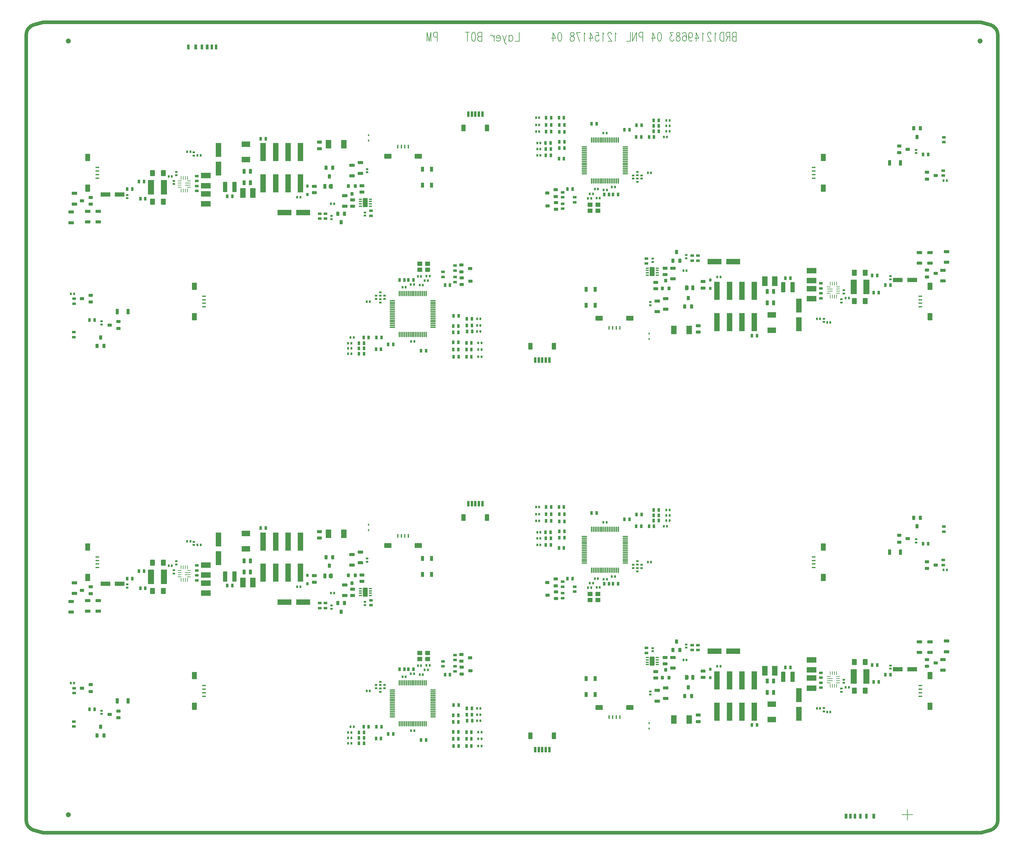
<source format=gbr>
*
G04 Job   : N:\Projects\COMUN\Opel\ICP_OV64-OV85\1-Main_PCB\12149683-12\Panel_12154178\12154178.pnl*
G04 User  : ESSECAE005:montel01*
G04 Layer : SolderPasteBot.gbr*
G04 Date  : Fri Nov 22 08:51:19 2024*
G04 Expedition Layer: Solder Paste - Bottom*
%ICAS*%
%MOIN*%
%FSDAX24Y24*%
%OFA0.0000B0.0000*%
G90*
G74*
%AMVB_RECTANGLE*
21,1,$1,$2,0,0,$3*
%
%AMVB_RCRECTANGLE*
$3=$3X2*
21,1,$1-$3,$2,0,0,0*
21,1,$1,$2-$3,0,0,0*
$1=$1/2*
$2=$2/2*
$3=$3/2*
$1=$1-$3*
$2=$2-$3*
1,1,$3X2,0-$1,0-$2*
1,1,$3X2,0-$1,$2*
1,1,$3X2,$1,$2*
1,1,$3X2,$1,0-$2*
%
%ADD11C,0.00787*%
%ADD10C,0.03937*%
%ADD39VB_RECTANGLE,0.06693X0.15748X180.00000*%
%ADD27VB_RECTANGLE,0.10630X0.04528X0.00000*%
%ADD45VB_RCRECTANGLE,0.01575X0.01969X0.00197*%
%ADD19VB_RCRECTANGLE,0.02756X0.01969X0.00197*%
%ADD71VB_RCRECTANGLE,0.01969X0.02756X0.00197*%
%ADD33VB_RCRECTANGLE,0.03150X0.01575X0.00197*%
%ADD41VB_RCRECTANGLE,0.02362X0.03150X0.00197*%
%ADD38VB_RCRECTANGLE,0.03937X0.00984X0.00197*%
%ADD37VB_RCRECTANGLE,0.00984X0.03937X0.00197*%
%ADD17VB_RCRECTANGLE,0.03937X0.01575X0.00197*%
%ADD15VB_RCRECTANGLE,0.01575X0.03937X0.00197*%
%ADD13VB_RCRECTANGLE,0.03937X0.02756X0.00197*%
%ADD12VB_RCRECTANGLE,0.02756X0.03937X0.00197*%
%ADD43VB_RCRECTANGLE,0.03150X0.03937X0.00197*%
%ADD14VB_RCRECTANGLE,0.04724X0.03150X0.00197*%
%ADD70VB_RCRECTANGLE,0.03150X0.04724X0.00197*%
%ADD40VB_RCRECTANGLE,0.05118X0.03150X0.00197*%
%ADD23VB_RCRECTANGLE,0.03150X0.05118X0.00197*%
%ADD44VB_RCRECTANGLE,0.03543X0.05512X0.00197*%
%ADD30VB_RCRECTANGLE,0.05512X0.04724X0.00197*%
%ADD73VB_RCRECTANGLE,0.05906X0.01181X0.00197*%
%ADD72VB_RCRECTANGLE,0.01181X0.05906X0.00197*%
%ADD22VB_RCRECTANGLE,0.05906X0.03150X0.00197*%
%ADD20VB_RCRECTANGLE,0.03150X0.05906X0.00197*%
%ADD28VB_RCRECTANGLE,0.02362X0.06102X0.00197*%
%ADD36VB_RCRECTANGLE,0.06299X0.00984X0.00197*%
%ADD25VB_RCRECTANGLE,0.05118X0.06693X0.00197*%
%ADD29VB_RCRECTANGLE,0.04724X0.07087X0.00197*%
%ADD16VB_RCRECTANGLE,0.07874X0.05118X0.00197*%
%ADD18VB_RCRECTANGLE,0.05118X0.07874X0.00197*%
%ADD31VB_RCRECTANGLE,0.09055X0.06299X0.00197*%
%ADD32VB_RCRECTANGLE,0.06299X0.09055X0.00197*%
%ADD34VB_RCRECTANGLE,0.05118X0.09843X0.00197*%
%ADD24VB_RCRECTANGLE,0.10630X0.06299X0.00197*%
%ADD46VB_RCRECTANGLE,0.06299X0.10630X0.00197*%
%ADD35VB_RCRECTANGLE,0.04724X0.11024X0.00197*%
%ADD42VB_RCRECTANGLE,0.15157X0.06299X0.00197*%
%ADD21VB_RCRECTANGLE,0.06299X0.15157X0.00197*%
%ADD26VB_RCRECTANGLE,0.06299X0.19685X0.00197*%
G01*
G36*
X-092854Y-000283D02*
G03X-092815Y-000285I000039J000283D01*
X-092530Y000000J000285*
X-092532Y000039I000285*
G01X-092776*
Y000283*
G03X-092815Y000285I000039J000283*
X-093100Y000000J000285*
X-093098Y-000039I000285*
G01X-092854*
Y-000283*
Y000283D02*
Y000039D01*
X-093098*
G03X-093100Y000000I000283J000039*
X-092815Y-000285I000285*
X-092776Y-000283J000285*
G01Y-000039*
X-092532*
G03X-092530Y000000I000283J000039*
X-092815Y000285I000285*
X-092854Y000283J000285*
G01Y085387D02*
G03X-092815Y085384I000039J000282D01*
X-092530Y085669J000285*
X-092532Y085709I000285*
G01X-092776*
Y085952*
G03X-092815Y085955I000039J000283*
X-093100Y085669J000286*
X-093098Y085630I000285*
G01X-092854*
Y085387*
Y085952D02*
Y085709D01*
X-093098*
G03X-093100Y085669I000283J000040*
X-092815Y085384I000285*
X-092776Y085387J000285*
G01Y085630*
X-092532*
G03X-092530Y085669I000283J000039*
X-092815Y085955I000285*
X-092854Y085952J000286*
G01X-079685Y084732D02*
X-079409D01*
Y085283*
X-079685*
Y084732*
X-078858D02*
X-078583D01*
Y085283*
X-078858*
Y084732*
X-078189D02*
X-077913D01*
Y085283*
X-078189*
Y084732*
X-077598D02*
X-077323D01*
Y085283*
X-077598*
Y084732*
X-077087D02*
X-076811D01*
Y085283*
X-077087*
Y084732*
X-076614D02*
X-076339D01*
Y085283*
X-076614*
Y084732*
X-006929Y-000433D02*
X-006654D01*
Y000118*
X-006929*
Y-000433*
X-006457D02*
X-006181D01*
Y000118*
X-006457*
Y-000433*
X-005945D02*
X-005669D01*
Y000118*
X-005945*
Y-000433*
X-005354D02*
X-005079D01*
Y000118*
X-005354*
Y-000433*
X-004685D02*
X-004409D01*
Y000118*
X-004685*
Y-000433*
X-003858D02*
X-003583D01*
Y000118*
X-003858*
Y-000433*
X007992Y085387D02*
G03X008031Y085384I000039J000282D01*
X008317Y085669J000285*
X008314Y085709I000286*
G01X008071*
Y085952*
G03X008031Y085955I000040J000283*
X007746Y085669J000286*
X007749Y085630I000285*
G01X007992*
Y085387*
Y085952D02*
Y085709D01*
X007749*
G03X007746Y085669I000282J000040*
X008031Y085384I000285*
X008071Y085387J000285*
G01Y085630*
X008314*
G03X008317Y085669I000283J000039*
X008031Y085955I000286*
X007992Y085952J000286*
G37*
G54D10*
G01X-097480Y086339D02*
Y-000591D01*
G03X-096693Y-001704I001181*
G01X-095619Y-001987*
G03X-095465Y-002008I000154J000570*
G01X007995*
G03X008151Y-001987J000591*
G01X009213Y-001704*
G03X010000Y-000591I000394J001113*
G01Y086339*
G03X009213Y087452I001181*
G01X008142Y087736*
G03X007992Y087756I000151J000570*
G01X-095465*
G03X-095467I000002J000591*
X-095618Y087736J000591*
G01X-096693Y087452*
G03X-097480Y086339I000394J001113*
G54D11*
G01X-052699Y085650D02*
Y086634D01*
X-052919Y085650*
X-053138Y086634*
Y085650*
X-052010D02*
Y086634D01*
X-052292*
X-052386Y086574*
X-052417Y086529*
X-052449Y086440*
Y086306*
X-052417Y086201*
X-052386Y086157*
X-052292Y086112*
X-052010*
X-048686Y086634D02*
Y085650D01*
X-048467Y086634D02*
X-048905D01*
X-047935D02*
X-047882Y086574D01*
X-047830Y086485*
X-047799Y086395*
X-047778Y086261*
Y086022*
X-047799Y085888*
X-047830Y085784*
X-047882Y085694*
X-047935Y085650*
X-048049*
X-048102Y085694*
X-048164Y085784*
X-048185Y085888*
X-048216Y086022*
Y086261*
X-048185Y086395*
X-048164Y086485*
X-048102Y086574*
X-048049Y086634*
X-047935*
X-047089Y086157D02*
X-047371D01*
X-047465Y086112*
X-047496Y086067*
X-047527Y085978*
Y085829*
X-047496Y085739*
X-047465Y085694*
X-047371Y085650*
X-047089*
Y086634*
X-047371*
X-047465Y086574*
X-047496Y086529*
X-047527Y086440*
Y086350*
X-047496Y086261*
X-047465Y086201*
X-047371Y086157*
X-045711Y086022D02*
X-045763Y086157D01*
X-045868Y086246*
X-045982Y086291*
X-046149*
X-045711D02*
Y085650D01*
X-045022Y086022D02*
X-045461D01*
Y086112*
X-045429Y086201*
X-045387Y086246*
X-045314Y086291*
X-045200*
X-045126Y086246*
X-045053Y086157*
X-045022Y086022*
Y085918*
X-045053Y085784*
X-045126Y085694*
X-045200Y085650*
X-045314*
X-045387Y085694*
X-045461Y085784*
X-044772Y086291D02*
X-044563Y085650D01*
X-044500Y085456*
X-044427Y085366*
X-044364Y085322*
X-044333*
X-044364Y086291D02*
X-044563Y085650D01*
X-044083Y086157D02*
X-044010Y086246D01*
X-043936Y086291*
X-043822*
X-043749Y086246*
X-043675Y086157*
X-043644Y086022*
Y085918*
X-043675Y085784*
X-043749Y085694*
X-043822Y085650*
X-043936*
X-044010Y085694*
X-044083Y085784*
Y086291D02*
Y085650D01*
X-042955Y086634D02*
Y085650D01*
X-043394*
X-039212Y086619D02*
Y085650D01*
Y086619D02*
X-038919Y085978D01*
X-039358*
X-038418Y086619D02*
X-038324Y086574D01*
X-038262Y086440*
X-038230Y086201*
Y086067*
X-038262Y085829*
X-038324Y085694*
X-038418Y085650*
X-038481*
X-038575Y085694*
X-038638Y085829*
X-038669Y086067*
Y086201*
X-038638Y086440*
X-038575Y086574*
X-038481Y086619*
X-038418*
X-037009D02*
X-036915Y086574D01*
X-036884Y086485*
Y086395*
X-036915Y086291*
X-036978Y086246*
X-037103Y086201*
X-037197Y086157*
X-037260Y086067*
X-037291Y085978*
Y085829*
X-037260Y085739*
X-037228Y085694*
X-037134Y085650*
X-037009*
X-036915Y085694*
X-036884Y085739*
X-036852Y085829*
Y085978*
X-036884Y086067*
X-036946Y086157*
X-037040Y086201*
X-037166Y086246*
X-037228Y086291*
X-037260Y086395*
Y086485*
X-037228Y086574*
X-037134Y086619*
X-037009*
X-036164D02*
X-036602D01*
X-036289Y085650*
X-035642Y086440D02*
X-035683Y086485D01*
X-035736Y086619*
Y085650*
X-035078Y086619D02*
Y085650D01*
Y086619D02*
X-034786Y085978D01*
X-035224*
X-034472Y086619D02*
X-034159D01*
X-034128Y086201*
X-034159Y086246*
X-034253Y086291*
X-034347*
X-034441Y086246*
X-034504Y086157*
X-034535Y086022*
Y085918*
X-034504Y085784*
X-034441Y085694*
X-034347Y085650*
X-034253*
X-034159Y085694*
X-034128Y085739*
X-034097Y085829*
X-033575Y086440D02*
X-033616Y086485D01*
X-033669Y086619*
Y085650*
X-032750Y086395D02*
Y086440D01*
X-032781Y086529*
X-032813Y086574*
X-032875Y086634*
X-033001*
X-033063Y086574*
X-033095Y086529*
X-033126Y086440*
Y086350*
X-033095Y086261*
X-033032Y086112*
X-032719Y085650*
X-033157*
X-032197Y086440D02*
X-032239Y086485D01*
X-032291Y086619*
Y085650*
X-030652Y086634D02*
Y085650D01*
X-031090*
X-029963D02*
Y086634D01*
X-030401Y085650*
Y086634*
X-029274Y085650D02*
Y086634D01*
X-029556*
X-029650Y086574*
X-029681Y086529*
X-029712Y086440*
Y086306*
X-029681Y086201*
X-029650Y086157*
X-029556Y086112*
X-029274*
X-028188Y086619D02*
Y085650D01*
Y086619D02*
X-027896Y085978D01*
X-028334*
X-027395Y086619D02*
X-027301Y086574D01*
X-027238Y086440*
X-027207Y086201*
Y086067*
X-027238Y085829*
X-027301Y085694*
X-027395Y085650*
X-027458*
X-027551Y085694*
X-027614Y085829*
X-027645Y086067*
Y086201*
X-027614Y086440*
X-027551Y086574*
X-027458Y086619*
X-027395*
X-025892D02*
X-026236D01*
X-026048Y086246*
X-026142*
X-026205Y086201*
X-026236Y086157*
X-026268Y086022*
Y085918*
X-026236Y085784*
X-026174Y085694*
X-026080Y085650*
X-025986*
X-025892Y085694*
X-025860Y085739*
X-025829Y085829*
X-025297Y086619D02*
X-025203Y086574D01*
X-025171Y086485*
Y086395*
X-025203Y086291*
X-025265Y086246*
X-025391Y086201*
X-025485Y086157*
X-025547Y086067*
X-025579Y085978*
Y085829*
X-025547Y085739*
X-025516Y085694*
X-025422Y085650*
X-025297*
X-025203Y085694*
X-025171Y085739*
X-025140Y085829*
Y085978*
X-025171Y086067*
X-025234Y086157*
X-025328Y086201*
X-025453Y086246*
X-025516Y086291*
X-025547Y086395*
Y086485*
X-025516Y086574*
X-025422Y086619*
X-025297*
X-024858Y086485D02*
X-024827Y086574D01*
X-024723Y086619*
X-024649*
X-024545Y086574*
X-024482Y086440*
X-024451Y086201*
Y085978*
X-024482Y085784*
X-024545Y085694*
X-024649Y085650*
X-024681*
X-024785Y085694*
X-024858Y085784*
X-024890Y085918*
Y085978*
X-024858Y086112*
X-024785Y086201*
X-024681Y086246*
X-024649*
X-024545Y086201*
X-024482Y086112*
X-024451Y085978*
X-024201Y086306D02*
X-024169Y086157D01*
X-024107Y086067*
X-023992Y086022*
X-023961*
X-023856Y086067*
X-023794Y086157*
X-023762Y086306*
Y086350*
X-023794Y086485*
X-023856Y086574*
X-023961Y086619*
X-023992*
X-024107Y086574*
X-024169Y086485*
X-024201Y086306*
Y086067*
X-024169Y085829*
X-024107Y085694*
X-023992Y085650*
X-023929*
X-023825Y085694*
X-023794Y085784*
X-023366Y086619D02*
Y085650D01*
Y086619D02*
X-023073Y085978D01*
X-023512*
X-022551Y086440D02*
X-022593Y086485D01*
X-022645Y086619*
Y085650*
X-021727Y086395D02*
Y086440D01*
X-021758Y086529*
X-021789Y086574*
X-021852Y086634*
X-021977*
X-022040Y086574*
X-022071Y086529*
X-022102Y086440*
Y086350*
X-022071Y086261*
X-022008Y086112*
X-021695Y085650*
X-022134*
X-021173Y086440D02*
X-021215Y086485D01*
X-021267Y086619*
Y085650*
X-020317Y086634D02*
X-020537D01*
X-020631Y086574*
X-020693Y086485*
X-020725Y086395*
X-020756Y086261*
Y086022*
X-020725Y085888*
X-020693Y085784*
X-020631Y085694*
X-020537Y085650*
X-020317*
Y086634*
X-019848Y086157D02*
X-020067Y085650D01*
X-019628D02*
Y086634D01*
X-019910*
X-020004Y086574*
X-020036Y086529*
X-020067Y086440*
Y086350*
X-020036Y086261*
X-020004Y086201*
X-019910Y086157*
X-019628*
X-018939D02*
X-019221D01*
X-019315Y086112*
X-019347Y086067*
X-019378Y085978*
Y085829*
X-019347Y085739*
X-019315Y085694*
X-019221Y085650*
X-018939*
Y086634*
X-019221*
X-019315Y086574*
X-019347Y086529*
X-019378Y086440*
Y086350*
X-019347Y086261*
X-019315Y086201*
X-019221Y086157*
X-000591Y000000D02*
X000591D01*
X000000Y000591D02*
Y-000591D01*
G54D12*
X-090472Y011661D03*
Y054776D03*
X-089921Y011661D03*
Y054776D03*
X-086299Y026150D03*
Y069264D03*
X-085748Y026150D03*
Y069264D03*
X-085000Y026976D03*
Y070091D03*
X-084843Y025087D03*
Y068201D03*
X-084449Y026976D03*
Y070091D03*
X-084291Y025087D03*
Y068201D03*
X-075236Y025362D03*
Y068476D03*
X-074685Y025362D03*
Y068476D03*
X-071535Y031740D03*
Y074854D03*
X-070984Y031740D03*
Y074854D03*
X-064409Y026455D03*
Y069569D03*
X-063858Y026455D03*
Y069569D03*
X-060669Y007921D03*
Y008514D03*
Y009104D03*
Y051035D03*
Y051628D03*
Y052219D03*
X-060157Y009732D03*
Y052846D03*
X-060118Y007921D03*
Y008514D03*
Y009104D03*
Y051035D03*
Y051628D03*
Y052219D03*
X-059606Y009732D03*
Y052846D03*
X-058780Y008433D03*
Y051547D03*
X-058740Y009732D03*
Y052846D03*
X-058228Y008433D03*
Y051547D03*
X-058189Y009732D03*
Y052846D03*
X-057441Y008945D03*
Y052059D03*
X-056890Y008945D03*
Y052059D03*
X-056181Y016110D03*
Y059224D03*
X-055630Y016110D03*
Y059224D03*
X-055197Y016110D03*
Y059224D03*
X-054646Y016110D03*
Y059224D03*
X-053799Y008276D03*
Y051390D03*
X-053248Y008276D03*
Y051390D03*
X-051142Y015520D03*
Y058634D03*
X-050591Y015520D03*
Y058634D03*
X-050236Y008394D03*
Y009181D03*
Y010283D03*
Y010992D03*
Y051508D03*
Y052295D03*
Y053398D03*
Y054106D03*
X-050197Y007606D03*
Y012134D03*
Y050720D03*
Y055248D03*
X-049685Y008394D03*
Y009181D03*
Y010283D03*
Y010992D03*
Y051508D03*
Y052295D03*
Y053398D03*
Y054106D03*
X-049646Y007606D03*
Y012134D03*
Y050720D03*
Y055248D03*
X-048780Y007608D03*
Y008396D03*
Y009142D03*
Y050722D03*
Y051510D03*
Y052256D03*
X-048740Y011071D03*
Y011780D03*
Y054185D03*
Y054894D03*
X-048701Y010402D03*
Y053516D03*
X-048228Y007608D03*
Y008396D03*
Y009142D03*
Y050722D03*
Y051510D03*
Y052256D03*
X-048189Y011071D03*
Y011780D03*
Y054185D03*
Y054894D03*
X-048150Y010402D03*
Y053516D03*
X-040039Y031268D03*
Y074382D03*
X-040000Y029890D03*
Y030598D03*
Y073004D03*
Y073713D03*
X-039961Y032528D03*
Y033274D03*
Y034061D03*
Y075642D03*
Y076388D03*
Y077175D03*
X-039488Y031268D03*
Y074382D03*
X-039449Y029890D03*
Y030598D03*
Y073004D03*
Y073713D03*
X-039409Y032528D03*
Y033274D03*
Y034061D03*
Y075642D03*
Y076388D03*
Y077175D03*
X-038543Y029535D03*
Y034063D03*
Y072650D03*
Y077177D03*
X-038504Y030677D03*
Y031386D03*
Y032488D03*
Y033276D03*
Y073791D03*
Y074500D03*
Y075602D03*
Y076390D03*
X-037992Y029535D03*
Y034063D03*
Y072650D03*
Y077177D03*
X-037953Y030677D03*
Y031386D03*
Y032488D03*
Y033276D03*
Y073791D03*
Y074500D03*
Y075602D03*
Y076390D03*
X-037598Y026150D03*
Y069264D03*
X-037047Y026150D03*
Y069264D03*
X-034941Y033394D03*
Y076508D03*
X-034390Y033394D03*
Y076508D03*
X-033543Y025559D03*
Y068673D03*
X-032992Y025559D03*
Y068673D03*
X-032559Y025559D03*
Y068673D03*
X-032008Y025559D03*
Y068673D03*
X-031299Y032724D03*
Y075839D03*
X-030748Y032724D03*
Y075839D03*
X-030000Y031937D03*
Y075051D03*
X-029961Y033236D03*
Y076350D03*
X-029449Y031937D03*
Y075051D03*
X-029409Y033236D03*
Y076350D03*
X-028583Y031937D03*
Y075051D03*
X-028071Y032565D03*
Y033156D03*
Y033748D03*
Y075679D03*
Y076270D03*
Y076862D03*
X-028031Y031937D03*
Y075051D03*
X-027520Y032565D03*
Y033156D03*
Y033748D03*
Y075679D03*
Y076270D03*
Y076862D03*
X-024331Y015215D03*
Y058329D03*
X-023780Y015215D03*
Y058329D03*
X-017205Y009929D03*
Y053043D03*
X-016654Y009929D03*
Y053043D03*
X-013504Y016307D03*
Y059421D03*
X-012953Y016307D03*
Y059421D03*
X-003898Y016583D03*
Y059697D03*
X-003740Y014693D03*
Y057807D03*
X-003346Y016583D03*
Y059697D03*
X-003189Y014693D03*
Y057807D03*
X-002441Y015520D03*
Y058634D03*
X-001890Y015520D03*
Y058634D03*
X001732Y030008D03*
Y073122D03*
X002283Y030008D03*
Y073122D03*
G54D13*
X-092205Y009772D03*
Y010323D03*
Y052886D03*
Y053437D03*
X-092165Y013472D03*
Y014024D03*
Y056587D03*
Y057138D03*
X-078622Y025953D03*
Y026504D03*
Y027055D03*
Y027606D03*
Y069067D03*
Y069618D03*
Y070169D03*
Y070720D03*
X-065000Y022882D03*
Y023433D03*
Y065996D03*
Y066547D03*
X-064370Y022882D03*
Y023433D03*
Y065996D03*
Y066547D03*
X-059331Y023197D03*
Y023748D03*
Y066311D03*
Y066862D03*
X-051378Y016425D03*
Y016976D03*
Y059539D03*
Y060091D03*
X-050039Y015874D03*
Y016425D03*
Y017134D03*
Y017685D03*
Y058988D03*
Y059539D03*
Y060248D03*
Y060799D03*
X-038150Y023984D03*
Y024535D03*
Y025244D03*
Y025795D03*
Y067098D03*
Y067650D03*
Y068358D03*
Y068909D03*
X-036811Y024693D03*
Y025244D03*
Y067807D03*
Y068358D03*
X-028858Y017921D03*
Y018472D03*
Y061035D03*
Y061587D03*
X-023819Y018236D03*
Y018787D03*
Y061350D03*
Y061902D03*
X-023189Y018236D03*
Y018787D03*
Y061350D03*
Y061902D03*
X-009567Y014063D03*
Y014614D03*
Y015165D03*
Y015717D03*
Y057177D03*
Y057728D03*
Y058280D03*
Y058831D03*
X003976Y027646D03*
Y028197D03*
Y070760D03*
Y071311D03*
X004016Y031346D03*
Y031898D03*
Y074461D03*
Y075012D03*
G54D14*
X-091299Y014024D03*
Y024853D03*
Y057138D03*
Y067967D03*
X-090354Y013650D03*
Y014398D03*
Y024479D03*
Y025227D03*
Y056764D03*
Y057512D03*
Y067593D03*
Y068341D03*
X-088228Y011110D03*
Y054224D03*
X-087283Y010736D03*
Y011484D03*
Y053850D03*
Y054598D03*
X-049331Y016996D03*
Y017744D03*
Y060110D03*
Y060858D03*
X-049291Y015579D03*
Y016327D03*
Y058693D03*
Y059441D03*
X-048386Y017370D03*
Y060484D03*
X-048346Y015953D03*
Y059067D03*
X-039843Y025717D03*
Y068831D03*
X-039803Y024299D03*
Y067413D03*
X-038898Y025343D03*
Y026091D03*
Y068457D03*
Y069205D03*
X-038858Y023925D03*
Y024673D03*
Y067039D03*
Y067787D03*
X-000906Y030185D03*
Y030933D03*
Y073299D03*
Y074047D03*
X000039Y030559D03*
Y073673D03*
X002165Y016442D03*
Y017190D03*
Y027272D03*
Y028020D03*
Y059556D03*
Y060304D03*
Y070386D03*
Y071134D03*
X003110Y016816D03*
Y027646D03*
Y059930D03*
Y070760D03*
G54D15*
X-056378Y030864D03*
Y073978D03*
X-055984Y030864D03*
Y073978D03*
X-055591Y030864D03*
Y073978D03*
X-055197Y030864D03*
Y073978D03*
X-032992Y010805D03*
Y053919D03*
X-032598Y010805D03*
Y053919D03*
X-032205Y010805D03*
Y053919D03*
X-031811Y010805D03*
Y053919D03*
G54D16*
X-057480Y029801D03*
Y072915D03*
X-054094Y029801D03*
Y072915D03*
X-034094Y011868D03*
Y054982D03*
X-030709Y011868D03*
Y054982D03*
G54D17*
X-089616Y027370D03*
Y027764D03*
Y028157D03*
Y028551D03*
Y070484D03*
Y070878D03*
Y071272D03*
Y071665D03*
X-077805Y013118D03*
Y013512D03*
Y013906D03*
Y014299D03*
Y056232D03*
Y056626D03*
Y057020D03*
Y057413D03*
X-010384Y027370D03*
Y027764D03*
Y028157D03*
Y028551D03*
Y070484D03*
Y070878D03*
Y071272D03*
Y071665D03*
X001427Y013118D03*
Y013512D03*
Y013906D03*
Y014299D03*
Y056232D03*
Y056626D03*
Y057020D03*
Y057413D03*
G54D18*
X-090679Y026268D03*
Y029654D03*
Y069382D03*
Y072768D03*
X-078868Y012016D03*
Y015402D03*
Y055130D03*
Y058516D03*
X-009321Y026268D03*
Y029654D03*
Y069382D03*
Y072768D03*
X002490Y012016D03*
Y015402D03*
Y055130D03*
Y058516D03*
G54D19*
X-089134Y011169D03*
Y011524D03*
Y054283D03*
Y054638D03*
X-086299Y025146D03*
Y025500D03*
Y068260D03*
Y068614D03*
X-081142Y026720D03*
Y027075D03*
Y069835D03*
Y070189D03*
X-080866Y027705D03*
Y028059D03*
Y070819D03*
Y071173D03*
X-078937Y029870D03*
Y030224D03*
Y072984D03*
Y073339D03*
X-063701Y022823D03*
Y023177D03*
Y065937D03*
Y066291D03*
X-060000Y023217D03*
Y023571D03*
Y066331D03*
Y066685D03*
X-059764Y028020D03*
Y028374D03*
Y071134D03*
Y071488D03*
X-058780Y014004D03*
Y014358D03*
Y057118D03*
Y057472D03*
X-058307Y013610D03*
Y013965D03*
Y014358D03*
Y014713D03*
Y056724D03*
Y057079D03*
Y057472D03*
Y057827D03*
X-057835Y014004D03*
Y014358D03*
Y057118D03*
Y057472D03*
X-030354Y027311D03*
Y027665D03*
Y070425D03*
Y070780D03*
X-029882Y026957D03*
Y027311D03*
Y027705D03*
Y028059D03*
Y070071D03*
Y070425D03*
Y070819D03*
Y071173D03*
X-029409Y027311D03*
Y027665D03*
Y070425D03*
Y070780D03*
X-028425Y013295D03*
Y013650D03*
Y056409D03*
Y056764D03*
X-028189Y018098D03*
Y018453D03*
Y061213D03*
Y061567D03*
X-024488Y018492D03*
Y018846D03*
Y061606D03*
Y061961D03*
X-009252Y011445D03*
Y011799D03*
Y054559D03*
Y054913D03*
X-007323Y013610D03*
Y013965D03*
Y056724D03*
Y057079D03*
X-007047Y014594D03*
Y014949D03*
Y057709D03*
Y058063D03*
X-001890Y016169D03*
Y016524D03*
Y059283D03*
Y059638D03*
X000945Y030146D03*
Y030500D03*
Y073260D03*
Y073614D03*
G54D20*
X-087402Y012606D03*
Y055720D03*
X-086220Y012606D03*
Y055720D03*
X-001969Y029063D03*
Y072177D03*
X-000787Y029063D03*
Y072177D03*
G54D21*
X-076197Y028413D03*
Y030480D03*
Y071527D03*
Y073594D03*
X-011992Y011189D03*
Y013256D03*
Y054304D03*
Y056370D03*
G54D22*
X-092520Y022443D03*
Y023624D03*
Y065557D03*
Y066739D03*
X-092126Y024496D03*
Y025677D03*
Y067610D03*
Y068791D03*
X-090687Y022528D03*
Y023709D03*
Y065642D03*
Y066823D03*
X-089506Y022528D03*
Y023709D03*
Y065642D03*
Y066823D03*
X-062244Y024260D03*
Y025441D03*
Y067374D03*
Y068555D03*
X-061457Y027626D03*
Y028807D03*
Y070740D03*
Y071921D03*
X-060512Y027902D03*
Y029083D03*
Y071016D03*
Y072197D03*
X-027677Y012587D03*
Y013768D03*
Y055701D03*
Y056882D03*
X-026732Y012862D03*
Y014043D03*
Y055976D03*
Y057157D03*
X-025945Y016228D03*
Y017409D03*
Y059343D03*
Y060524D03*
X001317Y017961D03*
Y019142D03*
Y061075D03*
Y062256D03*
X002498Y017961D03*
Y019142D03*
Y061075D03*
Y062256D03*
X003937Y015992D03*
Y017173D03*
Y059106D03*
Y060287D03*
X004331Y018045D03*
Y019226D03*
Y061159D03*
Y062340D03*
G54D23*
X-073386Y026858D03*
Y028118D03*
Y069972D03*
Y071232D03*
X-072677Y026858D03*
Y028118D03*
Y069972D03*
Y071232D03*
X-064449Y026455D03*
Y069569D03*
X-063740Y026455D03*
Y069569D03*
X-024449Y015215D03*
Y058329D03*
X-023740Y015215D03*
Y058329D03*
X-015512Y013551D03*
Y014811D03*
Y056665D03*
Y057925D03*
X-014803Y013551D03*
Y014811D03*
Y056665D03*
Y057925D03*
G54D24*
X-077598Y024535D03*
Y025638D03*
Y026543D03*
Y027646D03*
Y067650D03*
Y068752D03*
Y069657D03*
Y070760D03*
X-010591Y014024D03*
Y015126D03*
Y016031D03*
Y017134D03*
Y057138D03*
Y058240D03*
Y059146D03*
Y060248D03*
G54D25*
X-083513Y024772D03*
Y027921D03*
Y067886D03*
Y071035D03*
X-082313Y024772D03*
Y027921D03*
Y067886D03*
Y071035D03*
X-005876Y013748D03*
Y016898D03*
Y056862D03*
Y060012D03*
X-004676Y013748D03*
Y016898D03*
Y056862D03*
Y060012D03*
G54D26*
X-071258Y026793D03*
Y030257D03*
Y069907D03*
Y073371D03*
X-069880Y026793D03*
Y030257D03*
Y069907D03*
Y073371D03*
X-068502Y026793D03*
Y030257D03*
Y069907D03*
Y073371D03*
X-067124Y026793D03*
Y030257D03*
Y069907D03*
Y073371D03*
X-021065Y011412D03*
Y014877D03*
Y054526D03*
Y057991D03*
X-019687Y011412D03*
Y014877D03*
Y054526D03*
Y057991D03*
X-018309Y011412D03*
Y014877D03*
Y054526D03*
Y057991D03*
X-016931Y011412D03*
Y014877D03*
Y054526D03*
Y057991D03*
G54D27*
X-088701Y025559D03*
Y068673D03*
X-087126Y025559D03*
Y068673D03*
X-001063Y016110D03*
Y059224D03*
X000512Y016110D03*
Y059224D03*
G54D28*
X-048583Y034447D03*
Y077561D03*
X-048189Y034447D03*
Y077561D03*
X-047795Y034447D03*
Y077561D03*
X-047402Y034447D03*
Y077561D03*
X-047008Y034447D03*
Y077561D03*
X-041181Y007222D03*
Y050337D03*
X-040787Y007222D03*
Y050337D03*
X-040394Y007222D03*
Y050337D03*
X-040000Y007222D03*
Y050337D03*
X-039606Y007222D03*
Y050337D03*
G54D29*
X-049094Y032921D03*
Y076035D03*
X-046496Y032921D03*
Y076035D03*
X-041693Y008748D03*
Y051862D03*
X-039094Y008748D03*
Y051862D03*
G54D30*
X-053937Y017232D03*
Y017902D03*
Y060346D03*
Y061016D03*
X-053071Y017232D03*
Y017902D03*
Y060346D03*
Y061016D03*
X-035118Y023768D03*
Y024437D03*
Y066882D03*
Y067551D03*
X-034252Y023768D03*
Y024437D03*
Y066882D03*
Y067551D03*
G54D31*
X-073189Y029427D03*
Y031140D03*
Y072541D03*
Y074254D03*
X-015000Y010530D03*
Y012242D03*
Y053644D03*
Y055356D03*
G54D32*
X-064045Y031114D03*
Y074228D03*
X-062333Y031114D03*
Y074228D03*
X-025856Y010556D03*
Y053670D03*
X-024144Y010556D03*
Y053670D03*
G54D33*
X-060512Y024270D03*
Y024526D03*
Y024781D03*
Y025037D03*
Y067384D03*
Y067640D03*
Y067896D03*
Y068152D03*
X-059409Y024270D03*
Y024526D03*
Y024781D03*
Y025037D03*
Y067384D03*
Y067640D03*
Y067896D03*
Y068152D03*
X-028780Y016632D03*
Y016888D03*
Y017144D03*
Y017400D03*
Y059746D03*
Y060002D03*
Y060258D03*
Y060514D03*
X-027677Y016632D03*
Y016888D03*
Y017144D03*
Y017400D03*
Y059746D03*
Y060002D03*
Y060258D03*
Y060514D03*
G54D34*
X-059961Y024654D03*
Y067768D03*
X-028228Y017016D03*
Y060130D03*
G54D35*
X-075472Y026386D03*
Y069500D03*
X-074449Y026386D03*
Y069500D03*
X-013740Y015283D03*
Y058398D03*
X-012717Y015283D03*
Y058398D03*
G54D36*
X-079606Y026583D03*
Y026819D03*
Y069697D03*
Y069933D03*
X-008583Y014850D03*
Y015087D03*
Y057965D03*
Y058201D03*
G54D37*
X-080354Y025992D03*
Y027409D03*
Y069106D03*
Y070524D03*
X-080118Y025992D03*
Y027409D03*
Y069106D03*
Y070524D03*
X-079882Y025992D03*
Y027409D03*
Y069106D03*
Y070524D03*
X-079646Y025992D03*
Y027409D03*
Y069106D03*
Y070524D03*
X-008543Y014260D03*
Y015677D03*
Y057374D03*
Y058791D03*
X-008307Y014260D03*
Y015677D03*
Y057374D03*
Y058791D03*
X-008071Y014260D03*
Y015677D03*
Y057374D03*
Y058791D03*
X-007835Y014260D03*
Y015677D03*
Y057374D03*
Y058791D03*
G54D38*
X-080512Y026346D03*
Y026583D03*
Y026819D03*
Y027055D03*
Y069461D03*
Y069697D03*
Y069933D03*
Y070169D03*
X-079488Y026346D03*
Y027055D03*
Y069461D03*
Y070169D03*
X-008701Y014614D03*
Y015323D03*
Y057728D03*
Y058437D03*
X-007677Y014614D03*
Y014850D03*
Y015087D03*
Y015323D03*
Y057728D03*
Y057965D03*
Y058201D03*
Y058437D03*
G54D39*
X-083661Y026346D03*
Y069461D03*
X-082244Y026346D03*
Y069461D03*
X-005945Y015323D03*
Y058437D03*
X-004528Y015323D03*
Y058437D03*
G54D40*
X-065591Y025756D03*
Y026465D03*
Y068870D03*
Y069579D03*
X-065039Y030638D03*
Y031346D03*
Y073752D03*
Y074461D03*
X-061378Y024260D03*
Y024969D03*
Y067374D03*
Y068083D03*
X-060354Y025835D03*
Y026543D03*
Y068949D03*
Y069657D03*
X-027835Y015126D03*
Y015835D03*
Y058240D03*
Y058949D03*
X-026811Y016701D03*
Y017409D03*
Y059815D03*
Y060524D03*
X-023150Y010323D03*
Y011031D03*
Y053437D03*
Y054146D03*
X-022598Y015205D03*
Y015913D03*
Y058319D03*
Y059028D03*
G54D41*
X-066378Y025565D03*
Y026498D03*
Y068679D03*
Y069613D03*
X-021811Y015171D03*
Y016105D03*
Y058285D03*
Y059219D03*
G54D42*
X-068907Y023551D03*
Y066665D03*
X-066841Y023551D03*
Y066665D03*
X-021348Y018118D03*
Y061232D03*
X-019281Y018118D03*
Y061232D03*
G54D43*
X-061831Y026504D03*
Y069618D03*
X-061457Y025638D03*
Y068752D03*
X-061083Y026504D03*
Y069618D03*
X-027106Y015165D03*
Y058280D03*
X-026732Y016031D03*
Y059146D03*
X-026358Y015165D03*
Y058280D03*
G54D44*
X-053642Y026602D03*
Y028374D03*
Y069717D03*
Y071488D03*
X-052657Y026602D03*
Y028374D03*
Y069717D03*
Y071488D03*
X-035531Y013295D03*
Y015067D03*
Y056409D03*
Y058181D03*
X-034547Y013295D03*
Y015067D03*
Y056409D03*
Y058181D03*
G54D45*
X-059606Y031524D03*
Y032114D03*
Y074638D03*
Y075228D03*
X-028583Y009555D03*
Y010146D03*
Y052669D03*
Y053260D03*
G54D46*
X-073504Y025717D03*
Y068831D03*
X-072402Y025717D03*
Y068831D03*
X-015787Y015953D03*
Y059067D03*
X-014685Y015953D03*
Y059067D03*
G54D70*
X-089626Y008787D03*
Y051902D03*
X-089252Y009732D03*
Y052846D03*
X-088878Y008787D03*
Y051902D03*
X-064311Y028512D03*
Y071626D03*
X-063937Y027567D03*
Y070681D03*
X-063563Y028512D03*
Y071626D03*
X-063012Y023433D03*
Y066547D03*
X-062638Y022488D03*
Y065602D03*
X-062264Y023433D03*
Y066547D03*
X-025925Y018236D03*
Y061350D03*
X-025551Y019181D03*
Y062295D03*
X-025177Y018236D03*
Y061350D03*
X-024626Y013157D03*
Y056272D03*
X-024252Y014102D03*
Y057217D03*
X-023878Y013157D03*
Y056272D03*
X000689Y032882D03*
Y075996D03*
X001063Y031937D03*
Y075051D03*
X001437Y032882D03*
Y075996D03*
G54D71*
X-092539Y014575D03*
Y057689D03*
X-092185Y014575D03*
Y057689D03*
X-081713Y027567D03*
Y070681D03*
X-081358Y027567D03*
Y070681D03*
X-079665Y030283D03*
Y073398D03*
X-079311Y030283D03*
Y073398D03*
X-078524Y029890D03*
Y073004D03*
X-078169Y029890D03*
Y073004D03*
X-067500Y025244D03*
Y068358D03*
X-067146Y025244D03*
Y068358D03*
X-063760Y024535D03*
Y067650D03*
X-063406Y024535D03*
Y067650D03*
X-061870Y007921D03*
Y008512D03*
Y009102D03*
Y051035D03*
Y051626D03*
Y052217D03*
X-061594Y009732D03*
Y052846D03*
X-061516Y007921D03*
Y008512D03*
Y009102D03*
Y051035D03*
Y051626D03*
Y052217D03*
X-061240Y009732D03*
Y052846D03*
X-059823Y013709D03*
Y056823D03*
X-059469Y013709D03*
Y056823D03*
X-055846Y015283D03*
Y058398D03*
X-055492Y015283D03*
Y058398D03*
X-054941Y015598D03*
Y058713D03*
X-054902Y009299D03*
Y052413D03*
X-054587Y015598D03*
Y058713D03*
X-054547Y009299D03*
Y052413D03*
X-054154Y016504D03*
Y059618D03*
X-053957Y015520D03*
Y058634D03*
X-053799Y016504D03*
Y059618D03*
X-053602Y015520D03*
Y058634D03*
X-053406Y016031D03*
Y059146D03*
X-053209Y016543D03*
Y059657D03*
X-053051Y016031D03*
Y059146D03*
X-052854Y016543D03*
Y059657D03*
X-047598Y010402D03*
Y011071D03*
Y011780D03*
Y053516D03*
Y054185D03*
Y054894D03*
X-047461Y007606D03*
Y008394D03*
Y009142D03*
Y050720D03*
Y051508D03*
Y052256D03*
X-047244Y010402D03*
Y011071D03*
Y011780D03*
Y053516D03*
Y054185D03*
Y054894D03*
X-047106Y007606D03*
Y008394D03*
Y009142D03*
Y050720D03*
Y051508D03*
Y052256D03*
X-041083Y032528D03*
Y033276D03*
Y034063D03*
Y075642D03*
Y076390D03*
Y077177D03*
X-040945Y029890D03*
Y030598D03*
Y031268D03*
Y073004D03*
Y073713D03*
Y074382D03*
X-040728Y032528D03*
Y033276D03*
Y034063D03*
Y075642D03*
Y076390D03*
Y077177D03*
X-040591Y029890D03*
Y030598D03*
Y031268D03*
Y073004D03*
Y073713D03*
Y074382D03*
X-035335Y025126D03*
Y068240D03*
X-035138Y025638D03*
Y068752D03*
X-034980Y025126D03*
Y068240D03*
X-034783Y025638D03*
Y068752D03*
X-034587Y026150D03*
Y069264D03*
X-034390Y025165D03*
Y068280D03*
X-034232Y026150D03*
Y069264D03*
X-034035Y025165D03*
Y068280D03*
X-033642Y032370D03*
Y075484D03*
X-033602Y026071D03*
Y069185D03*
X-033287Y032370D03*
Y075484D03*
X-033248Y026071D03*
Y069185D03*
X-032697Y026386D03*
Y069500D03*
X-032343Y026386D03*
Y069500D03*
X-028720Y027961D03*
Y071075D03*
X-028366Y027961D03*
Y071075D03*
X-026949Y031937D03*
Y075051D03*
X-026673Y032567D03*
Y033157D03*
Y033748D03*
Y075681D03*
Y076272D03*
Y076862D03*
X-026594Y031937D03*
Y075051D03*
X-026319Y032567D03*
Y033157D03*
Y033748D03*
Y075681D03*
Y076272D03*
Y076862D03*
X-024783Y017134D03*
Y060248D03*
X-024429Y017134D03*
Y060248D03*
X-021043Y016425D03*
Y059539D03*
X-020689Y016425D03*
Y059539D03*
X-010020Y011780D03*
Y054894D03*
X-009665Y011780D03*
Y054894D03*
X-008878Y011386D03*
Y054500D03*
X-008524Y011386D03*
Y054500D03*
X-006831Y014102D03*
Y057217D03*
X-006476Y014102D03*
Y057217D03*
X003996Y027094D03*
Y070209D03*
X004350Y027094D03*
Y070209D03*
G54D72*
X-056201Y010067D03*
Y014594D03*
Y053181D03*
Y057709D03*
X-056004Y010067D03*
Y014594D03*
Y053181D03*
Y057709D03*
X-055807Y010067D03*
Y014594D03*
Y053181D03*
Y057709D03*
X-055610Y010067D03*
Y014594D03*
Y053181D03*
Y057709D03*
X-055413Y010067D03*
Y014594D03*
Y053181D03*
Y057709D03*
X-055217Y010067D03*
Y014594D03*
Y053181D03*
Y057709D03*
X-055020Y010067D03*
Y014594D03*
Y053181D03*
Y057709D03*
X-054823Y010067D03*
Y014594D03*
Y053181D03*
Y057709D03*
X-054626Y010067D03*
Y014594D03*
Y053181D03*
Y057709D03*
X-054429Y010067D03*
Y014594D03*
Y053181D03*
Y057709D03*
X-054232Y010067D03*
Y014594D03*
Y053181D03*
Y057709D03*
X-054035Y010067D03*
Y014594D03*
Y053181D03*
Y057709D03*
X-053839Y010067D03*
Y014594D03*
Y053181D03*
Y057709D03*
X-053642Y010067D03*
Y014594D03*
Y053181D03*
Y057709D03*
X-053445Y010067D03*
Y014594D03*
Y053181D03*
Y057709D03*
X-053248Y010067D03*
Y014594D03*
Y053181D03*
Y057709D03*
X-034941Y027075D03*
Y031602D03*
Y070189D03*
Y074717D03*
X-034744Y027075D03*
Y031602D03*
Y070189D03*
Y074717D03*
X-034547Y027075D03*
Y031602D03*
Y070189D03*
Y074717D03*
X-034350Y027075D03*
Y031602D03*
Y070189D03*
Y074717D03*
X-034154Y027075D03*
Y031602D03*
Y070189D03*
Y074717D03*
X-033957Y027075D03*
Y031602D03*
Y070189D03*
Y074717D03*
X-033760Y027075D03*
Y031602D03*
Y070189D03*
Y074717D03*
X-033563Y027075D03*
Y031602D03*
Y070189D03*
Y074717D03*
X-033366Y027075D03*
Y031602D03*
Y070189D03*
Y074717D03*
X-033169Y027075D03*
Y031602D03*
Y070189D03*
Y074717D03*
X-032972Y027075D03*
Y031602D03*
Y070189D03*
Y074717D03*
X-032776Y027075D03*
Y031602D03*
Y070189D03*
Y074717D03*
X-032579Y027075D03*
Y031602D03*
Y070189D03*
Y074717D03*
X-032382Y027075D03*
Y031602D03*
Y070189D03*
Y074717D03*
X-032185Y027075D03*
Y031602D03*
Y070189D03*
Y074717D03*
X-031988Y027075D03*
Y031602D03*
Y070189D03*
Y074717D03*
G54D73*
X-056988Y010854D03*
Y011051D03*
Y011248D03*
Y011445D03*
Y011642D03*
Y011839D03*
Y012035D03*
Y012232D03*
Y012429D03*
Y012626D03*
Y012823D03*
Y013020D03*
Y013217D03*
Y013413D03*
Y013610D03*
Y013807D03*
Y053969D03*
Y054165D03*
Y054362D03*
Y054559D03*
Y054756D03*
Y054953D03*
Y055150D03*
Y055346D03*
Y055543D03*
Y055740D03*
Y055937D03*
Y056134D03*
Y056331D03*
Y056528D03*
Y056724D03*
Y056921D03*
X-052461Y010854D03*
Y011051D03*
Y011248D03*
Y011445D03*
Y011642D03*
Y011839D03*
Y012035D03*
Y012232D03*
Y012429D03*
Y012626D03*
Y012823D03*
Y013020D03*
Y013217D03*
Y013413D03*
Y013610D03*
Y013807D03*
Y053969D03*
Y054165D03*
Y054362D03*
Y054559D03*
Y054756D03*
Y054953D03*
Y055150D03*
Y055346D03*
Y055543D03*
Y055740D03*
Y055937D03*
Y056134D03*
Y056331D03*
Y056528D03*
Y056724D03*
Y056921D03*
X-035728Y027862D03*
Y028059D03*
Y028256D03*
Y028453D03*
Y028650D03*
Y028846D03*
Y029043D03*
Y029240D03*
Y029437D03*
Y029634D03*
Y029831D03*
Y030028D03*
Y030224D03*
Y030421D03*
Y030618D03*
Y030815D03*
Y070976D03*
Y071173D03*
Y071370D03*
Y071567D03*
Y071764D03*
Y071961D03*
Y072157D03*
Y072354D03*
Y072551D03*
Y072748D03*
Y072945D03*
Y073142D03*
Y073339D03*
Y073535D03*
Y073732D03*
Y073929D03*
X-031201Y027862D03*
Y028059D03*
Y028256D03*
Y028453D03*
Y028650D03*
Y028846D03*
Y029043D03*
Y029240D03*
Y029437D03*
Y029634D03*
Y029831D03*
Y030028D03*
Y030224D03*
Y030421D03*
Y030618D03*
Y030815D03*
Y070976D03*
Y071173D03*
Y071370D03*
Y071567D03*
Y071764D03*
Y071961D03*
Y072157D03*
Y072354D03*
Y072551D03*
Y072748D03*
Y072945D03*
Y073142D03*
Y073339D03*
Y073535D03*
Y073732D03*
Y073929D03*
M02*

</source>
